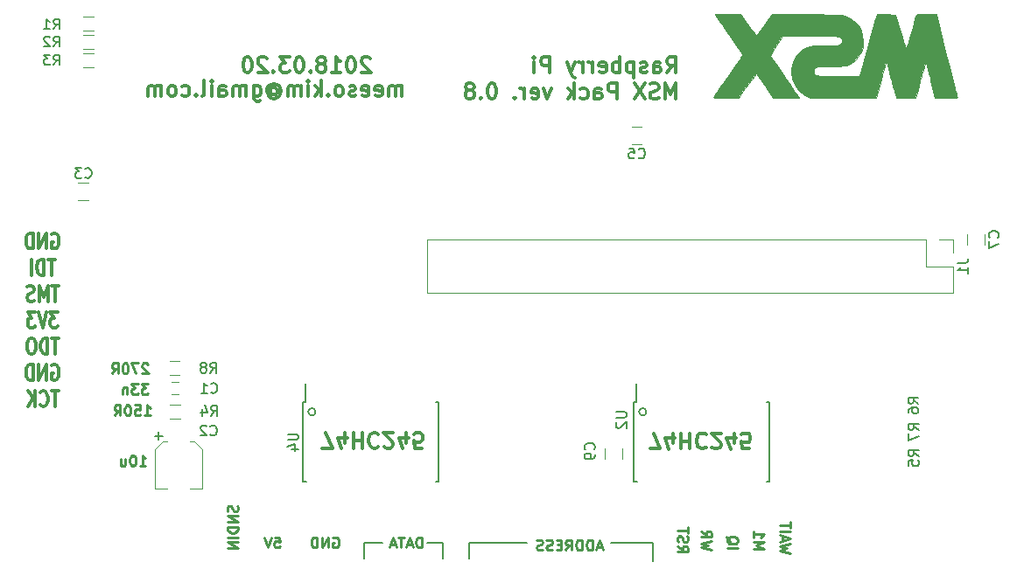
<source format=gbo>
G04 #@! TF.FileFunction,Legend,Bot*
%FSLAX46Y46*%
G04 Gerber Fmt 4.6, Leading zero omitted, Abs format (unit mm)*
G04 Created by KiCad (PCBNEW 4.0.7) date 03/28/18 13:44:51*
%MOMM*%
%LPD*%
G01*
G04 APERTURE LIST*
%ADD10C,0.100000*%
%ADD11C,0.250000*%
%ADD12C,0.300000*%
%ADD13C,0.200000*%
%ADD14C,0.120000*%
%ADD15C,0.150000*%
%ADD16C,0.010000*%
G04 APERTURE END LIST*
D10*
D11*
X117965457Y-96921581D02*
X118536886Y-96921581D01*
X118251172Y-96921581D02*
X118251172Y-95921581D01*
X118346410Y-96064438D01*
X118441648Y-96159676D01*
X118536886Y-96207295D01*
X117346410Y-95921581D02*
X117251171Y-95921581D01*
X117155933Y-95969200D01*
X117108314Y-96016819D01*
X117060695Y-96112057D01*
X117013076Y-96302533D01*
X117013076Y-96540629D01*
X117060695Y-96731105D01*
X117108314Y-96826343D01*
X117155933Y-96873962D01*
X117251171Y-96921581D01*
X117346410Y-96921581D01*
X117441648Y-96873962D01*
X117489267Y-96826343D01*
X117536886Y-96731105D01*
X117584505Y-96540629D01*
X117584505Y-96302533D01*
X117536886Y-96112057D01*
X117489267Y-96016819D01*
X117441648Y-95969200D01*
X117346410Y-95921581D01*
X116155933Y-96254914D02*
X116155933Y-96921581D01*
X116584505Y-96254914D02*
X116584505Y-96778724D01*
X116536886Y-96873962D01*
X116441648Y-96921581D01*
X116298790Y-96921581D01*
X116203552Y-96873962D01*
X116155933Y-96826343D01*
X118762305Y-89012781D02*
X118143257Y-89012781D01*
X118476591Y-89393733D01*
X118333733Y-89393733D01*
X118238495Y-89441352D01*
X118190876Y-89488971D01*
X118143257Y-89584210D01*
X118143257Y-89822305D01*
X118190876Y-89917543D01*
X118238495Y-89965162D01*
X118333733Y-90012781D01*
X118619448Y-90012781D01*
X118714686Y-89965162D01*
X118762305Y-89917543D01*
X117809924Y-89012781D02*
X117190876Y-89012781D01*
X117524210Y-89393733D01*
X117381352Y-89393733D01*
X117286114Y-89441352D01*
X117238495Y-89488971D01*
X117190876Y-89584210D01*
X117190876Y-89822305D01*
X117238495Y-89917543D01*
X117286114Y-89965162D01*
X117381352Y-90012781D01*
X117667067Y-90012781D01*
X117762305Y-89965162D01*
X117809924Y-89917543D01*
X116762305Y-89346114D02*
X116762305Y-90012781D01*
X116762305Y-89441352D02*
X116714686Y-89393733D01*
X116619448Y-89346114D01*
X116476590Y-89346114D01*
X116381352Y-89393733D01*
X116333733Y-89488971D01*
X116333733Y-90012781D01*
X118413066Y-92044781D02*
X118984495Y-92044781D01*
X118698781Y-92044781D02*
X118698781Y-91044781D01*
X118794019Y-91187638D01*
X118889257Y-91282876D01*
X118984495Y-91330495D01*
X117508304Y-91044781D02*
X117984495Y-91044781D01*
X118032114Y-91520971D01*
X117984495Y-91473352D01*
X117889257Y-91425733D01*
X117651161Y-91425733D01*
X117555923Y-91473352D01*
X117508304Y-91520971D01*
X117460685Y-91616210D01*
X117460685Y-91854305D01*
X117508304Y-91949543D01*
X117555923Y-91997162D01*
X117651161Y-92044781D01*
X117889257Y-92044781D01*
X117984495Y-91997162D01*
X118032114Y-91949543D01*
X116841638Y-91044781D02*
X116746399Y-91044781D01*
X116651161Y-91092400D01*
X116603542Y-91140019D01*
X116555923Y-91235257D01*
X116508304Y-91425733D01*
X116508304Y-91663829D01*
X116555923Y-91854305D01*
X116603542Y-91949543D01*
X116651161Y-91997162D01*
X116746399Y-92044781D01*
X116841638Y-92044781D01*
X116936876Y-91997162D01*
X116984495Y-91949543D01*
X117032114Y-91854305D01*
X117079733Y-91663829D01*
X117079733Y-91425733D01*
X117032114Y-91235257D01*
X116984495Y-91140019D01*
X116936876Y-91092400D01*
X116841638Y-91044781D01*
X115508304Y-92044781D02*
X115841638Y-91568590D01*
X116079733Y-92044781D02*
X116079733Y-91044781D01*
X115698780Y-91044781D01*
X115603542Y-91092400D01*
X115555923Y-91140019D01*
X115508304Y-91235257D01*
X115508304Y-91378114D01*
X115555923Y-91473352D01*
X115603542Y-91520971D01*
X115698780Y-91568590D01*
X116079733Y-91568590D01*
X118755895Y-87076019D02*
X118708276Y-87028400D01*
X118613038Y-86980781D01*
X118374942Y-86980781D01*
X118279704Y-87028400D01*
X118232085Y-87076019D01*
X118184466Y-87171257D01*
X118184466Y-87266495D01*
X118232085Y-87409352D01*
X118803514Y-87980781D01*
X118184466Y-87980781D01*
X117851133Y-86980781D02*
X117184466Y-86980781D01*
X117613038Y-87980781D01*
X116613038Y-86980781D02*
X116517799Y-86980781D01*
X116422561Y-87028400D01*
X116374942Y-87076019D01*
X116327323Y-87171257D01*
X116279704Y-87361733D01*
X116279704Y-87599829D01*
X116327323Y-87790305D01*
X116374942Y-87885543D01*
X116422561Y-87933162D01*
X116517799Y-87980781D01*
X116613038Y-87980781D01*
X116708276Y-87933162D01*
X116755895Y-87885543D01*
X116803514Y-87790305D01*
X116851133Y-87599829D01*
X116851133Y-87361733D01*
X116803514Y-87171257D01*
X116755895Y-87076019D01*
X116708276Y-87028400D01*
X116613038Y-86980781D01*
X115279704Y-87980781D02*
X115613038Y-87504590D01*
X115851133Y-87980781D02*
X115851133Y-86980781D01*
X115470180Y-86980781D01*
X115374942Y-87028400D01*
X115327323Y-87076019D01*
X115279704Y-87171257D01*
X115279704Y-87314114D01*
X115327323Y-87409352D01*
X115374942Y-87456971D01*
X115470180Y-87504590D01*
X115851133Y-87504590D01*
D12*
X109473885Y-74454800D02*
X109588171Y-74383371D01*
X109759600Y-74383371D01*
X109931028Y-74454800D01*
X110045314Y-74597657D01*
X110102457Y-74740514D01*
X110159600Y-75026229D01*
X110159600Y-75240514D01*
X110102457Y-75526229D01*
X110045314Y-75669086D01*
X109931028Y-75811943D01*
X109759600Y-75883371D01*
X109645314Y-75883371D01*
X109473885Y-75811943D01*
X109416742Y-75740514D01*
X109416742Y-75240514D01*
X109645314Y-75240514D01*
X108902457Y-75883371D02*
X108902457Y-74383371D01*
X108216742Y-75883371D01*
X108216742Y-74383371D01*
X107645314Y-75883371D02*
X107645314Y-74383371D01*
X107359599Y-74383371D01*
X107188171Y-74454800D01*
X107073885Y-74597657D01*
X107016742Y-74740514D01*
X106959599Y-75026229D01*
X106959599Y-75240514D01*
X107016742Y-75526229D01*
X107073885Y-75669086D01*
X107188171Y-75811943D01*
X107359599Y-75883371D01*
X107645314Y-75883371D01*
X109788171Y-76933371D02*
X109102457Y-76933371D01*
X109445314Y-78433371D02*
X109445314Y-76933371D01*
X108702457Y-78433371D02*
X108702457Y-76933371D01*
X108416742Y-76933371D01*
X108245314Y-77004800D01*
X108131028Y-77147657D01*
X108073885Y-77290514D01*
X108016742Y-77576229D01*
X108016742Y-77790514D01*
X108073885Y-78076229D01*
X108131028Y-78219086D01*
X108245314Y-78361943D01*
X108416742Y-78433371D01*
X108702457Y-78433371D01*
X107502457Y-78433371D02*
X107502457Y-76933371D01*
X110159600Y-79483371D02*
X109473886Y-79483371D01*
X109816743Y-80983371D02*
X109816743Y-79483371D01*
X109073886Y-80983371D02*
X109073886Y-79483371D01*
X108673886Y-80554800D01*
X108273886Y-79483371D01*
X108273886Y-80983371D01*
X107759600Y-80911943D02*
X107588171Y-80983371D01*
X107302457Y-80983371D01*
X107188171Y-80911943D01*
X107131028Y-80840514D01*
X107073885Y-80697657D01*
X107073885Y-80554800D01*
X107131028Y-80411943D01*
X107188171Y-80340514D01*
X107302457Y-80269086D01*
X107531028Y-80197657D01*
X107645314Y-80126229D01*
X107702457Y-80054800D01*
X107759600Y-79911943D01*
X107759600Y-79769086D01*
X107702457Y-79626229D01*
X107645314Y-79554800D01*
X107531028Y-79483371D01*
X107245314Y-79483371D01*
X107073885Y-79554800D01*
X110045313Y-82033371D02*
X109302456Y-82033371D01*
X109702456Y-82604800D01*
X109531028Y-82604800D01*
X109416742Y-82676229D01*
X109359599Y-82747657D01*
X109302456Y-82890514D01*
X109302456Y-83247657D01*
X109359599Y-83390514D01*
X109416742Y-83461943D01*
X109531028Y-83533371D01*
X109873885Y-83533371D01*
X109988171Y-83461943D01*
X110045313Y-83390514D01*
X108959599Y-82033371D02*
X108559599Y-83533371D01*
X108159599Y-82033371D01*
X107873885Y-82033371D02*
X107131028Y-82033371D01*
X107531028Y-82604800D01*
X107359600Y-82604800D01*
X107245314Y-82676229D01*
X107188171Y-82747657D01*
X107131028Y-82890514D01*
X107131028Y-83247657D01*
X107188171Y-83390514D01*
X107245314Y-83461943D01*
X107359600Y-83533371D01*
X107702457Y-83533371D01*
X107816743Y-83461943D01*
X107873885Y-83390514D01*
X110131028Y-84583371D02*
X109445314Y-84583371D01*
X109788171Y-86083371D02*
X109788171Y-84583371D01*
X109045314Y-86083371D02*
X109045314Y-84583371D01*
X108759599Y-84583371D01*
X108588171Y-84654800D01*
X108473885Y-84797657D01*
X108416742Y-84940514D01*
X108359599Y-85226229D01*
X108359599Y-85440514D01*
X108416742Y-85726229D01*
X108473885Y-85869086D01*
X108588171Y-86011943D01*
X108759599Y-86083371D01*
X109045314Y-86083371D01*
X107616742Y-84583371D02*
X107388171Y-84583371D01*
X107273885Y-84654800D01*
X107159599Y-84797657D01*
X107102457Y-85083371D01*
X107102457Y-85583371D01*
X107159599Y-85869086D01*
X107273885Y-86011943D01*
X107388171Y-86083371D01*
X107616742Y-86083371D01*
X107731028Y-86011943D01*
X107845314Y-85869086D01*
X107902457Y-85583371D01*
X107902457Y-85083371D01*
X107845314Y-84797657D01*
X107731028Y-84654800D01*
X107616742Y-84583371D01*
X109473885Y-87204800D02*
X109588171Y-87133371D01*
X109759600Y-87133371D01*
X109931028Y-87204800D01*
X110045314Y-87347657D01*
X110102457Y-87490514D01*
X110159600Y-87776229D01*
X110159600Y-87990514D01*
X110102457Y-88276229D01*
X110045314Y-88419086D01*
X109931028Y-88561943D01*
X109759600Y-88633371D01*
X109645314Y-88633371D01*
X109473885Y-88561943D01*
X109416742Y-88490514D01*
X109416742Y-87990514D01*
X109645314Y-87990514D01*
X108902457Y-88633371D02*
X108902457Y-87133371D01*
X108216742Y-88633371D01*
X108216742Y-87133371D01*
X107645314Y-88633371D02*
X107645314Y-87133371D01*
X107359599Y-87133371D01*
X107188171Y-87204800D01*
X107073885Y-87347657D01*
X107016742Y-87490514D01*
X106959599Y-87776229D01*
X106959599Y-87990514D01*
X107016742Y-88276229D01*
X107073885Y-88419086D01*
X107188171Y-88561943D01*
X107359599Y-88633371D01*
X107645314Y-88633371D01*
X110102457Y-89683371D02*
X109416743Y-89683371D01*
X109759600Y-91183371D02*
X109759600Y-89683371D01*
X108331028Y-91040514D02*
X108388171Y-91111943D01*
X108559600Y-91183371D01*
X108673886Y-91183371D01*
X108845314Y-91111943D01*
X108959600Y-90969086D01*
X109016743Y-90826229D01*
X109073886Y-90540514D01*
X109073886Y-90326229D01*
X109016743Y-90040514D01*
X108959600Y-89897657D01*
X108845314Y-89754800D01*
X108673886Y-89683371D01*
X108559600Y-89683371D01*
X108388171Y-89754800D01*
X108331028Y-89826229D01*
X107816743Y-91183371D02*
X107816743Y-89683371D01*
X107131028Y-91183371D02*
X107645314Y-90326229D01*
X107131028Y-89683371D02*
X107816743Y-90540514D01*
D13*
X134979210Y-91694000D02*
G75*
G03X134979210Y-91694000I-359210J0D01*
G01*
X166983210Y-91694000D02*
G75*
G03X166983210Y-91694000I-359210J0D01*
G01*
D11*
X127404762Y-100798572D02*
X127452381Y-100941429D01*
X127452381Y-101179525D01*
X127404762Y-101274763D01*
X127357143Y-101322382D01*
X127261905Y-101370001D01*
X127166667Y-101370001D01*
X127071429Y-101322382D01*
X127023810Y-101274763D01*
X126976190Y-101179525D01*
X126928571Y-100989048D01*
X126880952Y-100893810D01*
X126833333Y-100846191D01*
X126738095Y-100798572D01*
X126642857Y-100798572D01*
X126547619Y-100846191D01*
X126500000Y-100893810D01*
X126452381Y-100989048D01*
X126452381Y-101227144D01*
X126500000Y-101370001D01*
X127452381Y-101798572D02*
X126452381Y-101798572D01*
X127452381Y-102370001D01*
X126452381Y-102370001D01*
X127452381Y-102846191D02*
X126452381Y-102846191D01*
X126452381Y-103084286D01*
X126500000Y-103227144D01*
X126595238Y-103322382D01*
X126690476Y-103370001D01*
X126880952Y-103417620D01*
X127023810Y-103417620D01*
X127214286Y-103370001D01*
X127309524Y-103322382D01*
X127404762Y-103227144D01*
X127452381Y-103084286D01*
X127452381Y-102846191D01*
X127452381Y-103846191D02*
X126452381Y-103846191D01*
X127452381Y-104322381D02*
X126452381Y-104322381D01*
X127452381Y-104893810D01*
X126452381Y-104893810D01*
D12*
X168965714Y-58839571D02*
X169465714Y-58125286D01*
X169822857Y-58839571D02*
X169822857Y-57339571D01*
X169251429Y-57339571D01*
X169108571Y-57411000D01*
X169037143Y-57482429D01*
X168965714Y-57625286D01*
X168965714Y-57839571D01*
X169037143Y-57982429D01*
X169108571Y-58053857D01*
X169251429Y-58125286D01*
X169822857Y-58125286D01*
X167680000Y-58839571D02*
X167680000Y-58053857D01*
X167751429Y-57911000D01*
X167894286Y-57839571D01*
X168180000Y-57839571D01*
X168322857Y-57911000D01*
X167680000Y-58768143D02*
X167822857Y-58839571D01*
X168180000Y-58839571D01*
X168322857Y-58768143D01*
X168394286Y-58625286D01*
X168394286Y-58482429D01*
X168322857Y-58339571D01*
X168180000Y-58268143D01*
X167822857Y-58268143D01*
X167680000Y-58196714D01*
X167037143Y-58768143D02*
X166894286Y-58839571D01*
X166608571Y-58839571D01*
X166465714Y-58768143D01*
X166394286Y-58625286D01*
X166394286Y-58553857D01*
X166465714Y-58411000D01*
X166608571Y-58339571D01*
X166822857Y-58339571D01*
X166965714Y-58268143D01*
X167037143Y-58125286D01*
X167037143Y-58053857D01*
X166965714Y-57911000D01*
X166822857Y-57839571D01*
X166608571Y-57839571D01*
X166465714Y-57911000D01*
X165751428Y-57839571D02*
X165751428Y-59339571D01*
X165751428Y-57911000D02*
X165608571Y-57839571D01*
X165322857Y-57839571D01*
X165180000Y-57911000D01*
X165108571Y-57982429D01*
X165037142Y-58125286D01*
X165037142Y-58553857D01*
X165108571Y-58696714D01*
X165180000Y-58768143D01*
X165322857Y-58839571D01*
X165608571Y-58839571D01*
X165751428Y-58768143D01*
X164394285Y-58839571D02*
X164394285Y-57339571D01*
X164394285Y-57911000D02*
X164251428Y-57839571D01*
X163965714Y-57839571D01*
X163822857Y-57911000D01*
X163751428Y-57982429D01*
X163679999Y-58125286D01*
X163679999Y-58553857D01*
X163751428Y-58696714D01*
X163822857Y-58768143D01*
X163965714Y-58839571D01*
X164251428Y-58839571D01*
X164394285Y-58768143D01*
X162465714Y-58768143D02*
X162608571Y-58839571D01*
X162894285Y-58839571D01*
X163037142Y-58768143D01*
X163108571Y-58625286D01*
X163108571Y-58053857D01*
X163037142Y-57911000D01*
X162894285Y-57839571D01*
X162608571Y-57839571D01*
X162465714Y-57911000D01*
X162394285Y-58053857D01*
X162394285Y-58196714D01*
X163108571Y-58339571D01*
X161751428Y-58839571D02*
X161751428Y-57839571D01*
X161751428Y-58125286D02*
X161680000Y-57982429D01*
X161608571Y-57911000D01*
X161465714Y-57839571D01*
X161322857Y-57839571D01*
X160822857Y-58839571D02*
X160822857Y-57839571D01*
X160822857Y-58125286D02*
X160751429Y-57982429D01*
X160680000Y-57911000D01*
X160537143Y-57839571D01*
X160394286Y-57839571D01*
X160037143Y-57839571D02*
X159680000Y-58839571D01*
X159322858Y-57839571D02*
X159680000Y-58839571D01*
X159822858Y-59196714D01*
X159894286Y-59268143D01*
X160037143Y-59339571D01*
X157608572Y-58839571D02*
X157608572Y-57339571D01*
X157037144Y-57339571D01*
X156894286Y-57411000D01*
X156822858Y-57482429D01*
X156751429Y-57625286D01*
X156751429Y-57839571D01*
X156822858Y-57982429D01*
X156894286Y-58053857D01*
X157037144Y-58125286D01*
X157608572Y-58125286D01*
X156108572Y-58839571D02*
X156108572Y-57839571D01*
X156108572Y-57339571D02*
X156180001Y-57411000D01*
X156108572Y-57482429D01*
X156037144Y-57411000D01*
X156108572Y-57339571D01*
X156108572Y-57482429D01*
X169822857Y-61389571D02*
X169822857Y-59889571D01*
X169322857Y-60961000D01*
X168822857Y-59889571D01*
X168822857Y-61389571D01*
X168180000Y-61318143D02*
X167965714Y-61389571D01*
X167608571Y-61389571D01*
X167465714Y-61318143D01*
X167394285Y-61246714D01*
X167322857Y-61103857D01*
X167322857Y-60961000D01*
X167394285Y-60818143D01*
X167465714Y-60746714D01*
X167608571Y-60675286D01*
X167894285Y-60603857D01*
X168037143Y-60532429D01*
X168108571Y-60461000D01*
X168180000Y-60318143D01*
X168180000Y-60175286D01*
X168108571Y-60032429D01*
X168037143Y-59961000D01*
X167894285Y-59889571D01*
X167537143Y-59889571D01*
X167322857Y-59961000D01*
X166822857Y-59889571D02*
X165822857Y-61389571D01*
X165822857Y-59889571D02*
X166822857Y-61389571D01*
X164108572Y-61389571D02*
X164108572Y-59889571D01*
X163537144Y-59889571D01*
X163394286Y-59961000D01*
X163322858Y-60032429D01*
X163251429Y-60175286D01*
X163251429Y-60389571D01*
X163322858Y-60532429D01*
X163394286Y-60603857D01*
X163537144Y-60675286D01*
X164108572Y-60675286D01*
X161965715Y-61389571D02*
X161965715Y-60603857D01*
X162037144Y-60461000D01*
X162180001Y-60389571D01*
X162465715Y-60389571D01*
X162608572Y-60461000D01*
X161965715Y-61318143D02*
X162108572Y-61389571D01*
X162465715Y-61389571D01*
X162608572Y-61318143D01*
X162680001Y-61175286D01*
X162680001Y-61032429D01*
X162608572Y-60889571D01*
X162465715Y-60818143D01*
X162108572Y-60818143D01*
X161965715Y-60746714D01*
X160608572Y-61318143D02*
X160751429Y-61389571D01*
X161037143Y-61389571D01*
X161180001Y-61318143D01*
X161251429Y-61246714D01*
X161322858Y-61103857D01*
X161322858Y-60675286D01*
X161251429Y-60532429D01*
X161180001Y-60461000D01*
X161037143Y-60389571D01*
X160751429Y-60389571D01*
X160608572Y-60461000D01*
X159965715Y-61389571D02*
X159965715Y-59889571D01*
X159822858Y-60818143D02*
X159394287Y-61389571D01*
X159394287Y-60389571D02*
X159965715Y-60961000D01*
X157751429Y-60389571D02*
X157394286Y-61389571D01*
X157037144Y-60389571D01*
X155894287Y-61318143D02*
X156037144Y-61389571D01*
X156322858Y-61389571D01*
X156465715Y-61318143D01*
X156537144Y-61175286D01*
X156537144Y-60603857D01*
X156465715Y-60461000D01*
X156322858Y-60389571D01*
X156037144Y-60389571D01*
X155894287Y-60461000D01*
X155822858Y-60603857D01*
X155822858Y-60746714D01*
X156537144Y-60889571D01*
X155180001Y-61389571D02*
X155180001Y-60389571D01*
X155180001Y-60675286D02*
X155108573Y-60532429D01*
X155037144Y-60461000D01*
X154894287Y-60389571D01*
X154751430Y-60389571D01*
X154251430Y-61246714D02*
X154180002Y-61318143D01*
X154251430Y-61389571D01*
X154322859Y-61318143D01*
X154251430Y-61246714D01*
X154251430Y-61389571D01*
X152108573Y-59889571D02*
X151965716Y-59889571D01*
X151822859Y-59961000D01*
X151751430Y-60032429D01*
X151680001Y-60175286D01*
X151608573Y-60461000D01*
X151608573Y-60818143D01*
X151680001Y-61103857D01*
X151751430Y-61246714D01*
X151822859Y-61318143D01*
X151965716Y-61389571D01*
X152108573Y-61389571D01*
X152251430Y-61318143D01*
X152322859Y-61246714D01*
X152394287Y-61103857D01*
X152465716Y-60818143D01*
X152465716Y-60461000D01*
X152394287Y-60175286D01*
X152322859Y-60032429D01*
X152251430Y-59961000D01*
X152108573Y-59889571D01*
X150965716Y-61246714D02*
X150894288Y-61318143D01*
X150965716Y-61389571D01*
X151037145Y-61318143D01*
X150965716Y-61246714D01*
X150965716Y-61389571D01*
X150037144Y-60532429D02*
X150180002Y-60461000D01*
X150251430Y-60389571D01*
X150322859Y-60246714D01*
X150322859Y-60175286D01*
X150251430Y-60032429D01*
X150180002Y-59961000D01*
X150037144Y-59889571D01*
X149751430Y-59889571D01*
X149608573Y-59961000D01*
X149537144Y-60032429D01*
X149465716Y-60175286D01*
X149465716Y-60246714D01*
X149537144Y-60389571D01*
X149608573Y-60461000D01*
X149751430Y-60532429D01*
X150037144Y-60532429D01*
X150180002Y-60603857D01*
X150251430Y-60675286D01*
X150322859Y-60818143D01*
X150322859Y-61103857D01*
X150251430Y-61246714D01*
X150180002Y-61318143D01*
X150037144Y-61389571D01*
X149751430Y-61389571D01*
X149608573Y-61318143D01*
X149537144Y-61246714D01*
X149465716Y-61103857D01*
X149465716Y-60818143D01*
X149537144Y-60675286D01*
X149608573Y-60603857D01*
X149751430Y-60532429D01*
X135619944Y-95207829D02*
X136619944Y-95207829D01*
X135977087Y-93707829D01*
X137834229Y-94707829D02*
X137834229Y-93707829D01*
X137477086Y-95279257D02*
X137119943Y-94207829D01*
X138048515Y-94207829D01*
X138619943Y-93707829D02*
X138619943Y-95207829D01*
X138619943Y-94493543D02*
X139477086Y-94493543D01*
X139477086Y-93707829D02*
X139477086Y-95207829D01*
X141048515Y-93850686D02*
X140977086Y-93779257D01*
X140762800Y-93707829D01*
X140619943Y-93707829D01*
X140405658Y-93779257D01*
X140262800Y-93922114D01*
X140191372Y-94064971D01*
X140119943Y-94350686D01*
X140119943Y-94564971D01*
X140191372Y-94850686D01*
X140262800Y-94993543D01*
X140405658Y-95136400D01*
X140619943Y-95207829D01*
X140762800Y-95207829D01*
X140977086Y-95136400D01*
X141048515Y-95064971D01*
X141619943Y-95064971D02*
X141691372Y-95136400D01*
X141834229Y-95207829D01*
X142191372Y-95207829D01*
X142334229Y-95136400D01*
X142405658Y-95064971D01*
X142477086Y-94922114D01*
X142477086Y-94779257D01*
X142405658Y-94564971D01*
X141548515Y-93707829D01*
X142477086Y-93707829D01*
X143762800Y-94707829D02*
X143762800Y-93707829D01*
X143405657Y-95279257D02*
X143048514Y-94207829D01*
X143977086Y-94207829D01*
X145262800Y-95207829D02*
X144548514Y-95207829D01*
X144477085Y-94493543D01*
X144548514Y-94564971D01*
X144691371Y-94636400D01*
X145048514Y-94636400D01*
X145191371Y-94564971D01*
X145262800Y-94493543D01*
X145334228Y-94350686D01*
X145334228Y-93993543D01*
X145262800Y-93850686D01*
X145191371Y-93779257D01*
X145048514Y-93707829D01*
X144691371Y-93707829D01*
X144548514Y-93779257D01*
X144477085Y-93850686D01*
D13*
X167640000Y-104394000D02*
X163576000Y-104394000D01*
X167640000Y-106172000D02*
X167640000Y-104394000D01*
X149860000Y-104394000D02*
X155448000Y-104394000D01*
X149860000Y-105918000D02*
X149860000Y-104394000D01*
X147320000Y-104394000D02*
X145796000Y-104394000D01*
X147320000Y-105918000D02*
X147320000Y-104394000D01*
X139700000Y-104394000D02*
X141478000Y-104394000D01*
X139700000Y-105918000D02*
X139700000Y-104394000D01*
D11*
X162654857Y-104814667D02*
X162178666Y-104814667D01*
X162750095Y-105100381D02*
X162416762Y-104100381D01*
X162083428Y-105100381D01*
X161750095Y-105100381D02*
X161750095Y-104100381D01*
X161512000Y-104100381D01*
X161369142Y-104148000D01*
X161273904Y-104243238D01*
X161226285Y-104338476D01*
X161178666Y-104528952D01*
X161178666Y-104671810D01*
X161226285Y-104862286D01*
X161273904Y-104957524D01*
X161369142Y-105052762D01*
X161512000Y-105100381D01*
X161750095Y-105100381D01*
X160750095Y-105100381D02*
X160750095Y-104100381D01*
X160512000Y-104100381D01*
X160369142Y-104148000D01*
X160273904Y-104243238D01*
X160226285Y-104338476D01*
X160178666Y-104528952D01*
X160178666Y-104671810D01*
X160226285Y-104862286D01*
X160273904Y-104957524D01*
X160369142Y-105052762D01*
X160512000Y-105100381D01*
X160750095Y-105100381D01*
X159178666Y-105100381D02*
X159512000Y-104624190D01*
X159750095Y-105100381D02*
X159750095Y-104100381D01*
X159369142Y-104100381D01*
X159273904Y-104148000D01*
X159226285Y-104195619D01*
X159178666Y-104290857D01*
X159178666Y-104433714D01*
X159226285Y-104528952D01*
X159273904Y-104576571D01*
X159369142Y-104624190D01*
X159750095Y-104624190D01*
X158750095Y-104576571D02*
X158416761Y-104576571D01*
X158273904Y-105100381D02*
X158750095Y-105100381D01*
X158750095Y-104100381D01*
X158273904Y-104100381D01*
X157892952Y-105052762D02*
X157750095Y-105100381D01*
X157511999Y-105100381D01*
X157416761Y-105052762D01*
X157369142Y-105005143D01*
X157321523Y-104909905D01*
X157321523Y-104814667D01*
X157369142Y-104719429D01*
X157416761Y-104671810D01*
X157511999Y-104624190D01*
X157702476Y-104576571D01*
X157797714Y-104528952D01*
X157845333Y-104481333D01*
X157892952Y-104386095D01*
X157892952Y-104290857D01*
X157845333Y-104195619D01*
X157797714Y-104148000D01*
X157702476Y-104100381D01*
X157464380Y-104100381D01*
X157321523Y-104148000D01*
X156940571Y-105052762D02*
X156797714Y-105100381D01*
X156559618Y-105100381D01*
X156464380Y-105052762D01*
X156416761Y-105005143D01*
X156369142Y-104909905D01*
X156369142Y-104814667D01*
X156416761Y-104719429D01*
X156464380Y-104671810D01*
X156559618Y-104624190D01*
X156750095Y-104576571D01*
X156845333Y-104528952D01*
X156892952Y-104481333D01*
X156940571Y-104386095D01*
X156940571Y-104290857D01*
X156892952Y-104195619D01*
X156845333Y-104148000D01*
X156750095Y-104100381D01*
X156511999Y-104100381D01*
X156369142Y-104148000D01*
X145264000Y-104846381D02*
X145264000Y-103846381D01*
X145025905Y-103846381D01*
X144883047Y-103894000D01*
X144787809Y-103989238D01*
X144740190Y-104084476D01*
X144692571Y-104274952D01*
X144692571Y-104417810D01*
X144740190Y-104608286D01*
X144787809Y-104703524D01*
X144883047Y-104798762D01*
X145025905Y-104846381D01*
X145264000Y-104846381D01*
X144311619Y-104560667D02*
X143835428Y-104560667D01*
X144406857Y-104846381D02*
X144073524Y-103846381D01*
X143740190Y-104846381D01*
X143549714Y-103846381D02*
X142978285Y-103846381D01*
X143264000Y-104846381D02*
X143264000Y-103846381D01*
X142692571Y-104560667D02*
X142216380Y-104560667D01*
X142787809Y-104846381D02*
X142454476Y-103846381D01*
X142121142Y-104846381D01*
D12*
X140254856Y-57487429D02*
X140183427Y-57416000D01*
X140040570Y-57344571D01*
X139683427Y-57344571D01*
X139540570Y-57416000D01*
X139469141Y-57487429D01*
X139397713Y-57630286D01*
X139397713Y-57773143D01*
X139469141Y-57987429D01*
X140326284Y-58844571D01*
X139397713Y-58844571D01*
X138469142Y-57344571D02*
X138326285Y-57344571D01*
X138183428Y-57416000D01*
X138111999Y-57487429D01*
X138040570Y-57630286D01*
X137969142Y-57916000D01*
X137969142Y-58273143D01*
X138040570Y-58558857D01*
X138111999Y-58701714D01*
X138183428Y-58773143D01*
X138326285Y-58844571D01*
X138469142Y-58844571D01*
X138611999Y-58773143D01*
X138683428Y-58701714D01*
X138754856Y-58558857D01*
X138826285Y-58273143D01*
X138826285Y-57916000D01*
X138754856Y-57630286D01*
X138683428Y-57487429D01*
X138611999Y-57416000D01*
X138469142Y-57344571D01*
X136540571Y-58844571D02*
X137397714Y-58844571D01*
X136969142Y-58844571D02*
X136969142Y-57344571D01*
X137111999Y-57558857D01*
X137254857Y-57701714D01*
X137397714Y-57773143D01*
X135683428Y-57987429D02*
X135826286Y-57916000D01*
X135897714Y-57844571D01*
X135969143Y-57701714D01*
X135969143Y-57630286D01*
X135897714Y-57487429D01*
X135826286Y-57416000D01*
X135683428Y-57344571D01*
X135397714Y-57344571D01*
X135254857Y-57416000D01*
X135183428Y-57487429D01*
X135112000Y-57630286D01*
X135112000Y-57701714D01*
X135183428Y-57844571D01*
X135254857Y-57916000D01*
X135397714Y-57987429D01*
X135683428Y-57987429D01*
X135826286Y-58058857D01*
X135897714Y-58130286D01*
X135969143Y-58273143D01*
X135969143Y-58558857D01*
X135897714Y-58701714D01*
X135826286Y-58773143D01*
X135683428Y-58844571D01*
X135397714Y-58844571D01*
X135254857Y-58773143D01*
X135183428Y-58701714D01*
X135112000Y-58558857D01*
X135112000Y-58273143D01*
X135183428Y-58130286D01*
X135254857Y-58058857D01*
X135397714Y-57987429D01*
X134469143Y-58701714D02*
X134397715Y-58773143D01*
X134469143Y-58844571D01*
X134540572Y-58773143D01*
X134469143Y-58701714D01*
X134469143Y-58844571D01*
X133469143Y-57344571D02*
X133326286Y-57344571D01*
X133183429Y-57416000D01*
X133112000Y-57487429D01*
X133040571Y-57630286D01*
X132969143Y-57916000D01*
X132969143Y-58273143D01*
X133040571Y-58558857D01*
X133112000Y-58701714D01*
X133183429Y-58773143D01*
X133326286Y-58844571D01*
X133469143Y-58844571D01*
X133612000Y-58773143D01*
X133683429Y-58701714D01*
X133754857Y-58558857D01*
X133826286Y-58273143D01*
X133826286Y-57916000D01*
X133754857Y-57630286D01*
X133683429Y-57487429D01*
X133612000Y-57416000D01*
X133469143Y-57344571D01*
X132469143Y-57344571D02*
X131540572Y-57344571D01*
X132040572Y-57916000D01*
X131826286Y-57916000D01*
X131683429Y-57987429D01*
X131612000Y-58058857D01*
X131540572Y-58201714D01*
X131540572Y-58558857D01*
X131612000Y-58701714D01*
X131683429Y-58773143D01*
X131826286Y-58844571D01*
X132254858Y-58844571D01*
X132397715Y-58773143D01*
X132469143Y-58701714D01*
X130897715Y-58701714D02*
X130826287Y-58773143D01*
X130897715Y-58844571D01*
X130969144Y-58773143D01*
X130897715Y-58701714D01*
X130897715Y-58844571D01*
X130254858Y-57487429D02*
X130183429Y-57416000D01*
X130040572Y-57344571D01*
X129683429Y-57344571D01*
X129540572Y-57416000D01*
X129469143Y-57487429D01*
X129397715Y-57630286D01*
X129397715Y-57773143D01*
X129469143Y-57987429D01*
X130326286Y-58844571D01*
X129397715Y-58844571D01*
X128469144Y-57344571D02*
X128326287Y-57344571D01*
X128183430Y-57416000D01*
X128112001Y-57487429D01*
X128040572Y-57630286D01*
X127969144Y-57916000D01*
X127969144Y-58273143D01*
X128040572Y-58558857D01*
X128112001Y-58701714D01*
X128183430Y-58773143D01*
X128326287Y-58844571D01*
X128469144Y-58844571D01*
X128612001Y-58773143D01*
X128683430Y-58701714D01*
X128754858Y-58558857D01*
X128826287Y-58273143D01*
X128826287Y-57916000D01*
X128754858Y-57630286D01*
X128683430Y-57487429D01*
X128612001Y-57416000D01*
X128469144Y-57344571D01*
X167319144Y-95258629D02*
X168319144Y-95258629D01*
X167676287Y-93758629D01*
X169533429Y-94758629D02*
X169533429Y-93758629D01*
X169176286Y-95330057D02*
X168819143Y-94258629D01*
X169747715Y-94258629D01*
X170319143Y-93758629D02*
X170319143Y-95258629D01*
X170319143Y-94544343D02*
X171176286Y-94544343D01*
X171176286Y-93758629D02*
X171176286Y-95258629D01*
X172747715Y-93901486D02*
X172676286Y-93830057D01*
X172462000Y-93758629D01*
X172319143Y-93758629D01*
X172104858Y-93830057D01*
X171962000Y-93972914D01*
X171890572Y-94115771D01*
X171819143Y-94401486D01*
X171819143Y-94615771D01*
X171890572Y-94901486D01*
X171962000Y-95044343D01*
X172104858Y-95187200D01*
X172319143Y-95258629D01*
X172462000Y-95258629D01*
X172676286Y-95187200D01*
X172747715Y-95115771D01*
X173319143Y-95115771D02*
X173390572Y-95187200D01*
X173533429Y-95258629D01*
X173890572Y-95258629D01*
X174033429Y-95187200D01*
X174104858Y-95115771D01*
X174176286Y-94972914D01*
X174176286Y-94830057D01*
X174104858Y-94615771D01*
X173247715Y-93758629D01*
X174176286Y-93758629D01*
X175462000Y-94758629D02*
X175462000Y-93758629D01*
X175104857Y-95330057D02*
X174747714Y-94258629D01*
X175676286Y-94258629D01*
X176962000Y-95258629D02*
X176247714Y-95258629D01*
X176176285Y-94544343D01*
X176247714Y-94615771D01*
X176390571Y-94687200D01*
X176747714Y-94687200D01*
X176890571Y-94615771D01*
X176962000Y-94544343D01*
X177033428Y-94401486D01*
X177033428Y-94044343D01*
X176962000Y-93901486D01*
X176890571Y-93830057D01*
X176747714Y-93758629D01*
X176390571Y-93758629D01*
X176247714Y-93830057D01*
X176176285Y-93901486D01*
D11*
X131000476Y-103846381D02*
X131476667Y-103846381D01*
X131524286Y-104322571D01*
X131476667Y-104274952D01*
X131381429Y-104227333D01*
X131143333Y-104227333D01*
X131048095Y-104274952D01*
X131000476Y-104322571D01*
X130952857Y-104417810D01*
X130952857Y-104655905D01*
X131000476Y-104751143D01*
X131048095Y-104798762D01*
X131143333Y-104846381D01*
X131381429Y-104846381D01*
X131476667Y-104798762D01*
X131524286Y-104751143D01*
X130667143Y-103846381D02*
X130333810Y-104846381D01*
X130000476Y-103846381D01*
X136651904Y-103894000D02*
X136747142Y-103846381D01*
X136889999Y-103846381D01*
X137032857Y-103894000D01*
X137128095Y-103989238D01*
X137175714Y-104084476D01*
X137223333Y-104274952D01*
X137223333Y-104417810D01*
X137175714Y-104608286D01*
X137128095Y-104703524D01*
X137032857Y-104798762D01*
X136889999Y-104846381D01*
X136794761Y-104846381D01*
X136651904Y-104798762D01*
X136604285Y-104751143D01*
X136604285Y-104417810D01*
X136794761Y-104417810D01*
X136175714Y-104846381D02*
X136175714Y-103846381D01*
X135604285Y-104846381D01*
X135604285Y-103846381D01*
X135128095Y-104846381D02*
X135128095Y-103846381D01*
X134890000Y-103846381D01*
X134747142Y-103894000D01*
X134651904Y-103989238D01*
X134604285Y-104084476D01*
X134556666Y-104274952D01*
X134556666Y-104417810D01*
X134604285Y-104608286D01*
X134651904Y-104703524D01*
X134747142Y-104798762D01*
X134890000Y-104846381D01*
X135128095Y-104846381D01*
X173267619Y-105068571D02*
X172267619Y-104830476D01*
X172981905Y-104639999D01*
X172267619Y-104449523D01*
X173267619Y-104211428D01*
X172267619Y-103259047D02*
X172743810Y-103592381D01*
X172267619Y-103830476D02*
X173267619Y-103830476D01*
X173267619Y-103449523D01*
X173220000Y-103354285D01*
X173172381Y-103306666D01*
X173077143Y-103259047D01*
X172934286Y-103259047D01*
X172839048Y-103306666D01*
X172791429Y-103354285D01*
X172743810Y-103449523D01*
X172743810Y-103830476D01*
X174807619Y-104917809D02*
X175807619Y-104917809D01*
X174712381Y-103774952D02*
X174760000Y-103870190D01*
X174855238Y-103965428D01*
X174998095Y-104108285D01*
X175045714Y-104203524D01*
X175045714Y-104298762D01*
X174807619Y-104251143D02*
X174855238Y-104346381D01*
X174950476Y-104441619D01*
X175140952Y-104489238D01*
X175474286Y-104489238D01*
X175664762Y-104441619D01*
X175760000Y-104346381D01*
X175807619Y-104251143D01*
X175807619Y-104060666D01*
X175760000Y-103965428D01*
X175664762Y-103870190D01*
X175474286Y-103822571D01*
X175140952Y-103822571D01*
X174950476Y-103870190D01*
X174855238Y-103965428D01*
X174807619Y-104060666D01*
X174807619Y-104251143D01*
X177347619Y-104949524D02*
X178347619Y-104949524D01*
X177633333Y-104616190D01*
X178347619Y-104282857D01*
X177347619Y-104282857D01*
X177347619Y-103282857D02*
X177347619Y-103854286D01*
X177347619Y-103568572D02*
X178347619Y-103568572D01*
X178204762Y-103663810D01*
X178109524Y-103759048D01*
X178061905Y-103854286D01*
X180887619Y-105362190D02*
X179887619Y-105124095D01*
X180601905Y-104933618D01*
X179887619Y-104743142D01*
X180887619Y-104505047D01*
X180173333Y-104171714D02*
X180173333Y-103695523D01*
X179887619Y-104266952D02*
X180887619Y-103933619D01*
X179887619Y-103600285D01*
X179887619Y-103266952D02*
X180887619Y-103266952D01*
X180887619Y-102933619D02*
X180887619Y-102362190D01*
X179887619Y-102647905D02*
X180887619Y-102647905D01*
X169981619Y-104687619D02*
X170457810Y-105020953D01*
X169981619Y-105259048D02*
X170981619Y-105259048D01*
X170981619Y-104878095D01*
X170934000Y-104782857D01*
X170886381Y-104735238D01*
X170791143Y-104687619D01*
X170648286Y-104687619D01*
X170553048Y-104735238D01*
X170505429Y-104782857D01*
X170457810Y-104878095D01*
X170457810Y-105259048D01*
X170029238Y-104306667D02*
X169981619Y-104163810D01*
X169981619Y-103925714D01*
X170029238Y-103830476D01*
X170076857Y-103782857D01*
X170172095Y-103735238D01*
X170267333Y-103735238D01*
X170362571Y-103782857D01*
X170410190Y-103830476D01*
X170457810Y-103925714D01*
X170505429Y-104116191D01*
X170553048Y-104211429D01*
X170600667Y-104259048D01*
X170695905Y-104306667D01*
X170791143Y-104306667D01*
X170886381Y-104259048D01*
X170934000Y-104211429D01*
X170981619Y-104116191D01*
X170981619Y-103878095D01*
X170934000Y-103735238D01*
X170981619Y-103449524D02*
X170981619Y-102878095D01*
X169981619Y-103163810D02*
X170981619Y-103163810D01*
D12*
X143349714Y-61130571D02*
X143349714Y-60130571D01*
X143349714Y-60273429D02*
X143278286Y-60202000D01*
X143135428Y-60130571D01*
X142921143Y-60130571D01*
X142778286Y-60202000D01*
X142706857Y-60344857D01*
X142706857Y-61130571D01*
X142706857Y-60344857D02*
X142635428Y-60202000D01*
X142492571Y-60130571D01*
X142278286Y-60130571D01*
X142135428Y-60202000D01*
X142064000Y-60344857D01*
X142064000Y-61130571D01*
X140778286Y-61059143D02*
X140921143Y-61130571D01*
X141206857Y-61130571D01*
X141349714Y-61059143D01*
X141421143Y-60916286D01*
X141421143Y-60344857D01*
X141349714Y-60202000D01*
X141206857Y-60130571D01*
X140921143Y-60130571D01*
X140778286Y-60202000D01*
X140706857Y-60344857D01*
X140706857Y-60487714D01*
X141421143Y-60630571D01*
X139492572Y-61059143D02*
X139635429Y-61130571D01*
X139921143Y-61130571D01*
X140064000Y-61059143D01*
X140135429Y-60916286D01*
X140135429Y-60344857D01*
X140064000Y-60202000D01*
X139921143Y-60130571D01*
X139635429Y-60130571D01*
X139492572Y-60202000D01*
X139421143Y-60344857D01*
X139421143Y-60487714D01*
X140135429Y-60630571D01*
X138849715Y-61059143D02*
X138706858Y-61130571D01*
X138421143Y-61130571D01*
X138278286Y-61059143D01*
X138206858Y-60916286D01*
X138206858Y-60844857D01*
X138278286Y-60702000D01*
X138421143Y-60630571D01*
X138635429Y-60630571D01*
X138778286Y-60559143D01*
X138849715Y-60416286D01*
X138849715Y-60344857D01*
X138778286Y-60202000D01*
X138635429Y-60130571D01*
X138421143Y-60130571D01*
X138278286Y-60202000D01*
X137349714Y-61130571D02*
X137492572Y-61059143D01*
X137564000Y-60987714D01*
X137635429Y-60844857D01*
X137635429Y-60416286D01*
X137564000Y-60273429D01*
X137492572Y-60202000D01*
X137349714Y-60130571D01*
X137135429Y-60130571D01*
X136992572Y-60202000D01*
X136921143Y-60273429D01*
X136849714Y-60416286D01*
X136849714Y-60844857D01*
X136921143Y-60987714D01*
X136992572Y-61059143D01*
X137135429Y-61130571D01*
X137349714Y-61130571D01*
X136206857Y-60987714D02*
X136135429Y-61059143D01*
X136206857Y-61130571D01*
X136278286Y-61059143D01*
X136206857Y-60987714D01*
X136206857Y-61130571D01*
X135492571Y-61130571D02*
X135492571Y-59630571D01*
X135349714Y-60559143D02*
X134921143Y-61130571D01*
X134921143Y-60130571D02*
X135492571Y-60702000D01*
X134278285Y-61130571D02*
X134278285Y-60130571D01*
X134278285Y-59630571D02*
X134349714Y-59702000D01*
X134278285Y-59773429D01*
X134206857Y-59702000D01*
X134278285Y-59630571D01*
X134278285Y-59773429D01*
X133563999Y-61130571D02*
X133563999Y-60130571D01*
X133563999Y-60273429D02*
X133492571Y-60202000D01*
X133349713Y-60130571D01*
X133135428Y-60130571D01*
X132992571Y-60202000D01*
X132921142Y-60344857D01*
X132921142Y-61130571D01*
X132921142Y-60344857D02*
X132849713Y-60202000D01*
X132706856Y-60130571D01*
X132492571Y-60130571D01*
X132349713Y-60202000D01*
X132278285Y-60344857D01*
X132278285Y-61130571D01*
X130635428Y-60416286D02*
X130706856Y-60344857D01*
X130849713Y-60273429D01*
X130992571Y-60273429D01*
X131135428Y-60344857D01*
X131206856Y-60416286D01*
X131278285Y-60559143D01*
X131278285Y-60702000D01*
X131206856Y-60844857D01*
X131135428Y-60916286D01*
X130992571Y-60987714D01*
X130849713Y-60987714D01*
X130706856Y-60916286D01*
X130635428Y-60844857D01*
X130635428Y-60273429D02*
X130635428Y-60844857D01*
X130563999Y-60916286D01*
X130492571Y-60916286D01*
X130349713Y-60844857D01*
X130278285Y-60702000D01*
X130278285Y-60344857D01*
X130421142Y-60130571D01*
X130635428Y-59987714D01*
X130921142Y-59916286D01*
X131206856Y-59987714D01*
X131421142Y-60130571D01*
X131563999Y-60344857D01*
X131635428Y-60630571D01*
X131563999Y-60916286D01*
X131421142Y-61130571D01*
X131206856Y-61273429D01*
X130921142Y-61344857D01*
X130635428Y-61273429D01*
X130421142Y-61130571D01*
X128992571Y-60130571D02*
X128992571Y-61344857D01*
X129064000Y-61487714D01*
X129135428Y-61559143D01*
X129278285Y-61630571D01*
X129492571Y-61630571D01*
X129635428Y-61559143D01*
X128992571Y-61059143D02*
X129135428Y-61130571D01*
X129421142Y-61130571D01*
X129564000Y-61059143D01*
X129635428Y-60987714D01*
X129706857Y-60844857D01*
X129706857Y-60416286D01*
X129635428Y-60273429D01*
X129564000Y-60202000D01*
X129421142Y-60130571D01*
X129135428Y-60130571D01*
X128992571Y-60202000D01*
X128278285Y-61130571D02*
X128278285Y-60130571D01*
X128278285Y-60273429D02*
X128206857Y-60202000D01*
X128063999Y-60130571D01*
X127849714Y-60130571D01*
X127706857Y-60202000D01*
X127635428Y-60344857D01*
X127635428Y-61130571D01*
X127635428Y-60344857D02*
X127563999Y-60202000D01*
X127421142Y-60130571D01*
X127206857Y-60130571D01*
X127063999Y-60202000D01*
X126992571Y-60344857D01*
X126992571Y-61130571D01*
X125635428Y-61130571D02*
X125635428Y-60344857D01*
X125706857Y-60202000D01*
X125849714Y-60130571D01*
X126135428Y-60130571D01*
X126278285Y-60202000D01*
X125635428Y-61059143D02*
X125778285Y-61130571D01*
X126135428Y-61130571D01*
X126278285Y-61059143D01*
X126349714Y-60916286D01*
X126349714Y-60773429D01*
X126278285Y-60630571D01*
X126135428Y-60559143D01*
X125778285Y-60559143D01*
X125635428Y-60487714D01*
X124921142Y-61130571D02*
X124921142Y-60130571D01*
X124921142Y-59630571D02*
X124992571Y-59702000D01*
X124921142Y-59773429D01*
X124849714Y-59702000D01*
X124921142Y-59630571D01*
X124921142Y-59773429D01*
X123992570Y-61130571D02*
X124135428Y-61059143D01*
X124206856Y-60916286D01*
X124206856Y-59630571D01*
X123421142Y-60987714D02*
X123349714Y-61059143D01*
X123421142Y-61130571D01*
X123492571Y-61059143D01*
X123421142Y-60987714D01*
X123421142Y-61130571D01*
X122063999Y-61059143D02*
X122206856Y-61130571D01*
X122492570Y-61130571D01*
X122635428Y-61059143D01*
X122706856Y-60987714D01*
X122778285Y-60844857D01*
X122778285Y-60416286D01*
X122706856Y-60273429D01*
X122635428Y-60202000D01*
X122492570Y-60130571D01*
X122206856Y-60130571D01*
X122063999Y-60202000D01*
X121206856Y-61130571D02*
X121349714Y-61059143D01*
X121421142Y-60987714D01*
X121492571Y-60844857D01*
X121492571Y-60416286D01*
X121421142Y-60273429D01*
X121349714Y-60202000D01*
X121206856Y-60130571D01*
X120992571Y-60130571D01*
X120849714Y-60202000D01*
X120778285Y-60273429D01*
X120706856Y-60416286D01*
X120706856Y-60844857D01*
X120778285Y-60987714D01*
X120849714Y-61059143D01*
X120992571Y-61130571D01*
X121206856Y-61130571D01*
X120063999Y-61130571D02*
X120063999Y-60130571D01*
X120063999Y-60273429D02*
X119992571Y-60202000D01*
X119849713Y-60130571D01*
X119635428Y-60130571D01*
X119492571Y-60202000D01*
X119421142Y-60344857D01*
X119421142Y-61130571D01*
X119421142Y-60344857D02*
X119349713Y-60202000D01*
X119206856Y-60130571D01*
X118992571Y-60130571D01*
X118849713Y-60202000D01*
X118778285Y-60344857D01*
X118778285Y-61130571D01*
D14*
X121762000Y-88808000D02*
X121062000Y-88808000D01*
X121062000Y-90008000D02*
X121762000Y-90008000D01*
X120222200Y-94560200D02*
X120622200Y-94560200D01*
X119452200Y-99140200D02*
X120622200Y-99140200D01*
X124032200Y-99140200D02*
X122862200Y-99140200D01*
X123262200Y-94560200D02*
X122862200Y-94560200D01*
X124032200Y-95330200D02*
X124032200Y-99140200D01*
X124032200Y-95330200D02*
X123262200Y-94560200D01*
X119452200Y-95330200D02*
X119452200Y-99140200D01*
X119452200Y-95330200D02*
X120222200Y-94560200D01*
X113530000Y-53422000D02*
X112530000Y-53422000D01*
X112530000Y-54782000D02*
X113530000Y-54782000D01*
D15*
X165764000Y-90741000D02*
X166014000Y-90741000D01*
X165764000Y-98491000D02*
X166099000Y-98491000D01*
X178914000Y-98491000D02*
X178579000Y-98491000D01*
X178914000Y-90741000D02*
X178579000Y-90741000D01*
X165764000Y-90741000D02*
X165764000Y-98491000D01*
X178914000Y-90741000D02*
X178914000Y-98491000D01*
X166014000Y-90741000D02*
X166014000Y-88941000D01*
X133760000Y-90741000D02*
X134010000Y-90741000D01*
X133760000Y-98491000D02*
X134095000Y-98491000D01*
X146910000Y-98491000D02*
X146575000Y-98491000D01*
X146910000Y-90741000D02*
X146575000Y-90741000D01*
X133760000Y-90741000D02*
X133760000Y-98491000D01*
X146910000Y-90741000D02*
X146910000Y-98491000D01*
X134010000Y-90741000D02*
X134010000Y-88941000D01*
D16*
G36*
X189192174Y-53476876D02*
X189148080Y-53635270D01*
X189064351Y-53934413D01*
X188947231Y-54352056D01*
X188802967Y-54865950D01*
X188637802Y-55453845D01*
X188457982Y-56093490D01*
X188353716Y-56464200D01*
X187603464Y-59131200D01*
X185556490Y-59153878D01*
X184821859Y-59158051D01*
X184224697Y-59152993D01*
X183773066Y-59138945D01*
X183475027Y-59116149D01*
X183342925Y-59087399D01*
X183223979Y-58940399D01*
X183174498Y-58712261D01*
X183201135Y-58479099D01*
X183277933Y-58343800D01*
X183396441Y-58299188D01*
X183655274Y-58267762D01*
X184063674Y-58248856D01*
X184630884Y-58241806D01*
X184696100Y-58241727D01*
X185178447Y-58235959D01*
X185625220Y-58220395D01*
X185997747Y-58197122D01*
X186257358Y-58168225D01*
X186328028Y-58153671D01*
X186805793Y-57935503D01*
X187233293Y-57568520D01*
X187591003Y-57070427D01*
X187656134Y-56949443D01*
X187815464Y-56612082D01*
X187903544Y-56335270D01*
X187940548Y-56037024D01*
X187946874Y-55767864D01*
X187879479Y-55108956D01*
X187670676Y-54539985D01*
X187317204Y-54056002D01*
X186815802Y-53652063D01*
X186403827Y-53427643D01*
X185928000Y-53204533D01*
X182541333Y-53182227D01*
X179154666Y-53159922D01*
X178392666Y-54222496D01*
X177630666Y-55285069D01*
X177445487Y-55054416D01*
X177323210Y-54892947D01*
X177132219Y-54630182D01*
X176899936Y-54304219D01*
X176683487Y-53995833D01*
X176106666Y-53167903D01*
X174857833Y-53165051D01*
X174419808Y-53166988D01*
X174048923Y-53174227D01*
X173774690Y-53185749D01*
X173626620Y-53200534D01*
X173609000Y-53208193D01*
X173656139Y-53286504D01*
X173789184Y-53484484D01*
X173995575Y-53784041D01*
X174262753Y-54167082D01*
X174578157Y-54615515D01*
X174929229Y-55111246D01*
X174964958Y-55161520D01*
X175343162Y-55699931D01*
X175669716Y-56177585D01*
X175934622Y-56579012D01*
X176127879Y-56888740D01*
X176239489Y-57091297D01*
X176262177Y-57168694D01*
X176199697Y-57261517D01*
X176052465Y-57474004D01*
X175833496Y-57787561D01*
X175555807Y-58183598D01*
X175232416Y-58643521D01*
X174876340Y-59148739D01*
X174821552Y-59226376D01*
X174464900Y-59733477D01*
X174142395Y-60195485D01*
X173866398Y-60594413D01*
X173649269Y-60912275D01*
X173503369Y-61131084D01*
X173441057Y-61232855D01*
X173439666Y-61237209D01*
X173519353Y-61255998D01*
X173738509Y-61271855D01*
X174067278Y-61283486D01*
X174475803Y-61289593D01*
X174659901Y-61290200D01*
X175880136Y-61290199D01*
X176284463Y-60718700D01*
X176538085Y-60363131D01*
X176833659Y-59953043D01*
X177112362Y-59570002D01*
X177144657Y-59525942D01*
X177600525Y-58904685D01*
X178414307Y-60097442D01*
X179228090Y-61290200D01*
X180482545Y-61290200D01*
X180921623Y-61287315D01*
X181293627Y-61279371D01*
X181569108Y-61267432D01*
X181718620Y-61252564D01*
X181737000Y-61244826D01*
X181690392Y-61166349D01*
X181558796Y-60967384D01*
X181354558Y-60666012D01*
X181090022Y-60280309D01*
X180777530Y-59828356D01*
X180429428Y-59328231D01*
X180381244Y-59259247D01*
X180026342Y-58749469D01*
X179702830Y-58281186D01*
X179423634Y-57873395D01*
X179201679Y-57545093D01*
X179049890Y-57315277D01*
X178981192Y-57202945D01*
X178979297Y-57198668D01*
X179007303Y-57085760D01*
X179118186Y-56864693D01*
X179295703Y-56564600D01*
X179523608Y-56214610D01*
X179548140Y-56178581D01*
X180163174Y-55278866D01*
X182891373Y-55278866D01*
X183681627Y-55279471D01*
X184318982Y-55282964D01*
X184819874Y-55291862D01*
X185200736Y-55308682D01*
X185478003Y-55335942D01*
X185668110Y-55376157D01*
X185787492Y-55431845D01*
X185852582Y-55505524D01*
X185879815Y-55599710D01*
X185885627Y-55716921D01*
X185885667Y-55737458D01*
X185867333Y-55904816D01*
X185797888Y-56028034D01*
X185655667Y-56113598D01*
X185419007Y-56167994D01*
X185066241Y-56197708D01*
X184575707Y-56209225D01*
X184306582Y-56210199D01*
X183677497Y-56218583D01*
X183185269Y-56248994D01*
X182798012Y-56309321D01*
X182483839Y-56407455D01*
X182210866Y-56551284D01*
X181947207Y-56748698D01*
X181873450Y-56812236D01*
X181440242Y-57297596D01*
X181158836Y-57857748D01*
X181028863Y-58493530D01*
X181019085Y-58750200D01*
X181097848Y-59418326D01*
X181324290Y-60014273D01*
X181689425Y-60523389D01*
X182184269Y-60931025D01*
X182446076Y-61077060D01*
X182886004Y-61292297D01*
X186054020Y-61270082D01*
X189222037Y-61247866D01*
X189688225Y-59494629D01*
X189826542Y-58980892D01*
X189951380Y-58529429D01*
X190056061Y-58163399D01*
X190133906Y-57905964D01*
X190178238Y-57780283D01*
X190184960Y-57771937D01*
X190212161Y-57855628D01*
X190274989Y-58073738D01*
X190365509Y-58397053D01*
X190475787Y-58796361D01*
X190597888Y-59242446D01*
X190723877Y-59706095D01*
X190845818Y-60158093D01*
X190955778Y-60569226D01*
X191045821Y-60910280D01*
X191108013Y-61152041D01*
X191134418Y-61265294D01*
X191134808Y-61269033D01*
X191213846Y-61277556D01*
X191427956Y-61284438D01*
X191742877Y-61288898D01*
X192062333Y-61290200D01*
X192989666Y-61290200D01*
X193147628Y-60761033D01*
X193229035Y-60481448D01*
X193341397Y-60086215D01*
X193471256Y-59623095D01*
X193605157Y-59139846D01*
X193636623Y-59025366D01*
X193755558Y-58602242D01*
X193861640Y-58244117D01*
X193946001Y-57979480D01*
X193999771Y-57836821D01*
X194011828Y-57820003D01*
X194043884Y-57898745D01*
X194108420Y-58118224D01*
X194199011Y-58454374D01*
X194309232Y-58883128D01*
X194432657Y-59380419D01*
X194475240Y-59555670D01*
X194894480Y-61290200D01*
X195987132Y-61290200D01*
X196454457Y-61286342D01*
X196772367Y-61273447D01*
X196960635Y-61249531D01*
X197039031Y-61212610D01*
X197041918Y-61184366D01*
X197014138Y-61083296D01*
X196949128Y-60834434D01*
X196851078Y-60454179D01*
X196724182Y-59958929D01*
X196572632Y-59365080D01*
X196400618Y-58689032D01*
X196212334Y-57947181D01*
X196011971Y-57155926D01*
X196002977Y-57120366D01*
X195001901Y-53162200D01*
X194047823Y-53162200D01*
X193628497Y-53165113D01*
X193348830Y-53176788D01*
X193179203Y-53201628D01*
X193089999Y-53244035D01*
X193051599Y-53308411D01*
X193051026Y-53310366D01*
X193015821Y-53435299D01*
X192943042Y-53695604D01*
X192840438Y-54063497D01*
X192715756Y-54511193D01*
X192576744Y-55010910D01*
X192563117Y-55059924D01*
X192425384Y-55542042D01*
X192300518Y-55954033D01*
X192195902Y-56273558D01*
X192118913Y-56478278D01*
X192076934Y-56545853D01*
X192073614Y-56541590D01*
X192037030Y-56426247D01*
X191961159Y-56175268D01*
X191854024Y-55815607D01*
X191723649Y-55374218D01*
X191578057Y-54878054D01*
X191559093Y-54813200D01*
X191088886Y-53204533D01*
X190184633Y-53180543D01*
X189280381Y-53156552D01*
X189192174Y-53476876D01*
X189192174Y-53476876D01*
G37*
X189192174Y-53476876D02*
X189148080Y-53635270D01*
X189064351Y-53934413D01*
X188947231Y-54352056D01*
X188802967Y-54865950D01*
X188637802Y-55453845D01*
X188457982Y-56093490D01*
X188353716Y-56464200D01*
X187603464Y-59131200D01*
X185556490Y-59153878D01*
X184821859Y-59158051D01*
X184224697Y-59152993D01*
X183773066Y-59138945D01*
X183475027Y-59116149D01*
X183342925Y-59087399D01*
X183223979Y-58940399D01*
X183174498Y-58712261D01*
X183201135Y-58479099D01*
X183277933Y-58343800D01*
X183396441Y-58299188D01*
X183655274Y-58267762D01*
X184063674Y-58248856D01*
X184630884Y-58241806D01*
X184696100Y-58241727D01*
X185178447Y-58235959D01*
X185625220Y-58220395D01*
X185997747Y-58197122D01*
X186257358Y-58168225D01*
X186328028Y-58153671D01*
X186805793Y-57935503D01*
X187233293Y-57568520D01*
X187591003Y-57070427D01*
X187656134Y-56949443D01*
X187815464Y-56612082D01*
X187903544Y-56335270D01*
X187940548Y-56037024D01*
X187946874Y-55767864D01*
X187879479Y-55108956D01*
X187670676Y-54539985D01*
X187317204Y-54056002D01*
X186815802Y-53652063D01*
X186403827Y-53427643D01*
X185928000Y-53204533D01*
X182541333Y-53182227D01*
X179154666Y-53159922D01*
X178392666Y-54222496D01*
X177630666Y-55285069D01*
X177445487Y-55054416D01*
X177323210Y-54892947D01*
X177132219Y-54630182D01*
X176899936Y-54304219D01*
X176683487Y-53995833D01*
X176106666Y-53167903D01*
X174857833Y-53165051D01*
X174419808Y-53166988D01*
X174048923Y-53174227D01*
X173774690Y-53185749D01*
X173626620Y-53200534D01*
X173609000Y-53208193D01*
X173656139Y-53286504D01*
X173789184Y-53484484D01*
X173995575Y-53784041D01*
X174262753Y-54167082D01*
X174578157Y-54615515D01*
X174929229Y-55111246D01*
X174964958Y-55161520D01*
X175343162Y-55699931D01*
X175669716Y-56177585D01*
X175934622Y-56579012D01*
X176127879Y-56888740D01*
X176239489Y-57091297D01*
X176262177Y-57168694D01*
X176199697Y-57261517D01*
X176052465Y-57474004D01*
X175833496Y-57787561D01*
X175555807Y-58183598D01*
X175232416Y-58643521D01*
X174876340Y-59148739D01*
X174821552Y-59226376D01*
X174464900Y-59733477D01*
X174142395Y-60195485D01*
X173866398Y-60594413D01*
X173649269Y-60912275D01*
X173503369Y-61131084D01*
X173441057Y-61232855D01*
X173439666Y-61237209D01*
X173519353Y-61255998D01*
X173738509Y-61271855D01*
X174067278Y-61283486D01*
X174475803Y-61289593D01*
X174659901Y-61290200D01*
X175880136Y-61290199D01*
X176284463Y-60718700D01*
X176538085Y-60363131D01*
X176833659Y-59953043D01*
X177112362Y-59570002D01*
X177144657Y-59525942D01*
X177600525Y-58904685D01*
X178414307Y-60097442D01*
X179228090Y-61290200D01*
X180482545Y-61290200D01*
X180921623Y-61287315D01*
X181293627Y-61279371D01*
X181569108Y-61267432D01*
X181718620Y-61252564D01*
X181737000Y-61244826D01*
X181690392Y-61166349D01*
X181558796Y-60967384D01*
X181354558Y-60666012D01*
X181090022Y-60280309D01*
X180777530Y-59828356D01*
X180429428Y-59328231D01*
X180381244Y-59259247D01*
X180026342Y-58749469D01*
X179702830Y-58281186D01*
X179423634Y-57873395D01*
X179201679Y-57545093D01*
X179049890Y-57315277D01*
X178981192Y-57202945D01*
X178979297Y-57198668D01*
X179007303Y-57085760D01*
X179118186Y-56864693D01*
X179295703Y-56564600D01*
X179523608Y-56214610D01*
X179548140Y-56178581D01*
X180163174Y-55278866D01*
X182891373Y-55278866D01*
X183681627Y-55279471D01*
X184318982Y-55282964D01*
X184819874Y-55291862D01*
X185200736Y-55308682D01*
X185478003Y-55335942D01*
X185668110Y-55376157D01*
X185787492Y-55431845D01*
X185852582Y-55505524D01*
X185879815Y-55599710D01*
X185885627Y-55716921D01*
X185885667Y-55737458D01*
X185867333Y-55904816D01*
X185797888Y-56028034D01*
X185655667Y-56113598D01*
X185419007Y-56167994D01*
X185066241Y-56197708D01*
X184575707Y-56209225D01*
X184306582Y-56210199D01*
X183677497Y-56218583D01*
X183185269Y-56248994D01*
X182798012Y-56309321D01*
X182483839Y-56407455D01*
X182210866Y-56551284D01*
X181947207Y-56748698D01*
X181873450Y-56812236D01*
X181440242Y-57297596D01*
X181158836Y-57857748D01*
X181028863Y-58493530D01*
X181019085Y-58750200D01*
X181097848Y-59418326D01*
X181324290Y-60014273D01*
X181689425Y-60523389D01*
X182184269Y-60931025D01*
X182446076Y-61077060D01*
X182886004Y-61292297D01*
X186054020Y-61270082D01*
X189222037Y-61247866D01*
X189688225Y-59494629D01*
X189826542Y-58980892D01*
X189951380Y-58529429D01*
X190056061Y-58163399D01*
X190133906Y-57905964D01*
X190178238Y-57780283D01*
X190184960Y-57771937D01*
X190212161Y-57855628D01*
X190274989Y-58073738D01*
X190365509Y-58397053D01*
X190475787Y-58796361D01*
X190597888Y-59242446D01*
X190723877Y-59706095D01*
X190845818Y-60158093D01*
X190955778Y-60569226D01*
X191045821Y-60910280D01*
X191108013Y-61152041D01*
X191134418Y-61265294D01*
X191134808Y-61269033D01*
X191213846Y-61277556D01*
X191427956Y-61284438D01*
X191742877Y-61288898D01*
X192062333Y-61290200D01*
X192989666Y-61290200D01*
X193147628Y-60761033D01*
X193229035Y-60481448D01*
X193341397Y-60086215D01*
X193471256Y-59623095D01*
X193605157Y-59139846D01*
X193636623Y-59025366D01*
X193755558Y-58602242D01*
X193861640Y-58244117D01*
X193946001Y-57979480D01*
X193999771Y-57836821D01*
X194011828Y-57820003D01*
X194043884Y-57898745D01*
X194108420Y-58118224D01*
X194199011Y-58454374D01*
X194309232Y-58883128D01*
X194432657Y-59380419D01*
X194475240Y-59555670D01*
X194894480Y-61290200D01*
X195987132Y-61290200D01*
X196454457Y-61286342D01*
X196772367Y-61273447D01*
X196960635Y-61249531D01*
X197039031Y-61212610D01*
X197041918Y-61184366D01*
X197014138Y-61083296D01*
X196949128Y-60834434D01*
X196851078Y-60454179D01*
X196724182Y-59958929D01*
X196572632Y-59365080D01*
X196400618Y-58689032D01*
X196212334Y-57947181D01*
X196011971Y-57155926D01*
X196002977Y-57120366D01*
X195001901Y-53162200D01*
X194047823Y-53162200D01*
X193628497Y-53165113D01*
X193348830Y-53176788D01*
X193179203Y-53201628D01*
X193089999Y-53244035D01*
X193051599Y-53308411D01*
X193051026Y-53310366D01*
X193015821Y-53435299D01*
X192943042Y-53695604D01*
X192840438Y-54063497D01*
X192715756Y-54511193D01*
X192576744Y-55010910D01*
X192563117Y-55059924D01*
X192425384Y-55542042D01*
X192300518Y-55954033D01*
X192195902Y-56273558D01*
X192118913Y-56478278D01*
X192076934Y-56545853D01*
X192073614Y-56541590D01*
X192037030Y-56426247D01*
X191961159Y-56175268D01*
X191854024Y-55815607D01*
X191723649Y-55374218D01*
X191578057Y-54878054D01*
X191559093Y-54813200D01*
X191088886Y-53204533D01*
X190184633Y-53180543D01*
X189280381Y-53156552D01*
X189192174Y-53476876D01*
D14*
X113530000Y-55200000D02*
X112530000Y-55200000D01*
X112530000Y-56560000D02*
X113530000Y-56560000D01*
X113530000Y-56978000D02*
X112530000Y-56978000D01*
X112530000Y-58338000D02*
X113530000Y-58338000D01*
X120912000Y-92374000D02*
X121912000Y-92374000D01*
X121912000Y-91014000D02*
X120912000Y-91014000D01*
X112022000Y-69508000D02*
X113022000Y-69508000D01*
X113022000Y-71208000D02*
X112022000Y-71208000D01*
X166552500Y-65810500D02*
X165552500Y-65810500D01*
X165552500Y-64110500D02*
X166552500Y-64110500D01*
X199732000Y-74480800D02*
X199732000Y-75480800D01*
X198032000Y-75480800D02*
X198032000Y-74480800D01*
X164680000Y-95258000D02*
X164680000Y-96258000D01*
X162980000Y-96258000D02*
X162980000Y-95258000D01*
X194056000Y-74997000D02*
X145736000Y-74997000D01*
X145736000Y-74997000D02*
X145736000Y-80197000D01*
X145736000Y-80197000D02*
X196656000Y-80197000D01*
X196656000Y-80197000D02*
X196656000Y-77597000D01*
X196656000Y-77597000D02*
X194056000Y-77597000D01*
X194056000Y-77597000D02*
X194056000Y-74997000D01*
X195326000Y-74997000D02*
X196656000Y-74997000D01*
X196656000Y-74997000D02*
X196656000Y-76267000D01*
X120835800Y-88106800D02*
X121835800Y-88106800D01*
X121835800Y-86746800D02*
X120835800Y-86746800D01*
D15*
X124855266Y-89790543D02*
X124902885Y-89838162D01*
X125045742Y-89885781D01*
X125140980Y-89885781D01*
X125283838Y-89838162D01*
X125379076Y-89742924D01*
X125426695Y-89647686D01*
X125474314Y-89457210D01*
X125474314Y-89314352D01*
X125426695Y-89123876D01*
X125379076Y-89028638D01*
X125283838Y-88933400D01*
X125140980Y-88885781D01*
X125045742Y-88885781D01*
X124902885Y-88933400D01*
X124855266Y-88981019D01*
X123902885Y-89885781D02*
X124474314Y-89885781D01*
X124188600Y-89885781D02*
X124188600Y-88885781D01*
X124283838Y-89028638D01*
X124379076Y-89123876D01*
X124474314Y-89171495D01*
X124804466Y-93905343D02*
X124852085Y-93952962D01*
X124994942Y-94000581D01*
X125090180Y-94000581D01*
X125233038Y-93952962D01*
X125328276Y-93857724D01*
X125375895Y-93762486D01*
X125423514Y-93572010D01*
X125423514Y-93429152D01*
X125375895Y-93238676D01*
X125328276Y-93143438D01*
X125233038Y-93048200D01*
X125090180Y-93000581D01*
X124994942Y-93000581D01*
X124852085Y-93048200D01*
X124804466Y-93095819D01*
X124423514Y-93095819D02*
X124375895Y-93048200D01*
X124280657Y-93000581D01*
X124042561Y-93000581D01*
X123947323Y-93048200D01*
X123899704Y-93095819D01*
X123852085Y-93191057D01*
X123852085Y-93286295D01*
X123899704Y-93429152D01*
X124471133Y-94000581D01*
X123852085Y-94000581D01*
X119781629Y-93649848D02*
X119781629Y-94411753D01*
X120162581Y-94030801D02*
X119400676Y-94030801D01*
X109615266Y-54630581D02*
X109948600Y-54154390D01*
X110186695Y-54630581D02*
X110186695Y-53630581D01*
X109805742Y-53630581D01*
X109710504Y-53678200D01*
X109662885Y-53725819D01*
X109615266Y-53821057D01*
X109615266Y-53963914D01*
X109662885Y-54059152D01*
X109710504Y-54106771D01*
X109805742Y-54154390D01*
X110186695Y-54154390D01*
X108662885Y-54630581D02*
X109234314Y-54630581D01*
X108948600Y-54630581D02*
X108948600Y-53630581D01*
X109043838Y-53773438D01*
X109139076Y-53868676D01*
X109234314Y-53916295D01*
X164044381Y-91694095D02*
X164853905Y-91694095D01*
X164949143Y-91741714D01*
X164996762Y-91789333D01*
X165044381Y-91884571D01*
X165044381Y-92075048D01*
X164996762Y-92170286D01*
X164949143Y-92217905D01*
X164853905Y-92265524D01*
X164044381Y-92265524D01*
X164139619Y-92694095D02*
X164092000Y-92741714D01*
X164044381Y-92836952D01*
X164044381Y-93075048D01*
X164092000Y-93170286D01*
X164139619Y-93217905D01*
X164234857Y-93265524D01*
X164330095Y-93265524D01*
X164472952Y-93217905D01*
X165044381Y-92646476D01*
X165044381Y-93265524D01*
X132287381Y-93854095D02*
X133096905Y-93854095D01*
X133192143Y-93901714D01*
X133239762Y-93949333D01*
X133287381Y-94044571D01*
X133287381Y-94235048D01*
X133239762Y-94330286D01*
X133192143Y-94377905D01*
X133096905Y-94425524D01*
X132287381Y-94425524D01*
X132620714Y-95330286D02*
X133287381Y-95330286D01*
X132239762Y-95092190D02*
X132954048Y-94854095D01*
X132954048Y-95473143D01*
X109640666Y-56332381D02*
X109974000Y-55856190D01*
X110212095Y-56332381D02*
X110212095Y-55332381D01*
X109831142Y-55332381D01*
X109735904Y-55380000D01*
X109688285Y-55427619D01*
X109640666Y-55522857D01*
X109640666Y-55665714D01*
X109688285Y-55760952D01*
X109735904Y-55808571D01*
X109831142Y-55856190D01*
X110212095Y-55856190D01*
X109259714Y-55427619D02*
X109212095Y-55380000D01*
X109116857Y-55332381D01*
X108878761Y-55332381D01*
X108783523Y-55380000D01*
X108735904Y-55427619D01*
X108688285Y-55522857D01*
X108688285Y-55618095D01*
X108735904Y-55760952D01*
X109307333Y-56332381D01*
X108688285Y-56332381D01*
X109640666Y-58110381D02*
X109974000Y-57634190D01*
X110212095Y-58110381D02*
X110212095Y-57110381D01*
X109831142Y-57110381D01*
X109735904Y-57158000D01*
X109688285Y-57205619D01*
X109640666Y-57300857D01*
X109640666Y-57443714D01*
X109688285Y-57538952D01*
X109735904Y-57586571D01*
X109831142Y-57634190D01*
X110212095Y-57634190D01*
X109307333Y-57110381D02*
X108688285Y-57110381D01*
X109021619Y-57491333D01*
X108878761Y-57491333D01*
X108783523Y-57538952D01*
X108735904Y-57586571D01*
X108688285Y-57681810D01*
X108688285Y-57919905D01*
X108735904Y-58015143D01*
X108783523Y-58062762D01*
X108878761Y-58110381D01*
X109164476Y-58110381D01*
X109259714Y-58062762D01*
X109307333Y-58015143D01*
X124855266Y-92070181D02*
X125188600Y-91593990D01*
X125426695Y-92070181D02*
X125426695Y-91070181D01*
X125045742Y-91070181D01*
X124950504Y-91117800D01*
X124902885Y-91165419D01*
X124855266Y-91260657D01*
X124855266Y-91403514D01*
X124902885Y-91498752D01*
X124950504Y-91546371D01*
X125045742Y-91593990D01*
X125426695Y-91593990D01*
X123998123Y-91403514D02*
X123998123Y-92070181D01*
X124236219Y-91022562D02*
X124474314Y-91736848D01*
X123855266Y-91736848D01*
X112688666Y-68965143D02*
X112736285Y-69012762D01*
X112879142Y-69060381D01*
X112974380Y-69060381D01*
X113117238Y-69012762D01*
X113212476Y-68917524D01*
X113260095Y-68822286D01*
X113307714Y-68631810D01*
X113307714Y-68488952D01*
X113260095Y-68298476D01*
X113212476Y-68203238D01*
X113117238Y-68108000D01*
X112974380Y-68060381D01*
X112879142Y-68060381D01*
X112736285Y-68108000D01*
X112688666Y-68155619D01*
X112355333Y-68060381D02*
X111736285Y-68060381D01*
X112069619Y-68441333D01*
X111926761Y-68441333D01*
X111831523Y-68488952D01*
X111783904Y-68536571D01*
X111736285Y-68631810D01*
X111736285Y-68869905D01*
X111783904Y-68965143D01*
X111831523Y-69012762D01*
X111926761Y-69060381D01*
X112212476Y-69060381D01*
X112307714Y-69012762D01*
X112355333Y-68965143D01*
X166219166Y-67067643D02*
X166266785Y-67115262D01*
X166409642Y-67162881D01*
X166504880Y-67162881D01*
X166647738Y-67115262D01*
X166742976Y-67020024D01*
X166790595Y-66924786D01*
X166838214Y-66734310D01*
X166838214Y-66591452D01*
X166790595Y-66400976D01*
X166742976Y-66305738D01*
X166647738Y-66210500D01*
X166504880Y-66162881D01*
X166409642Y-66162881D01*
X166266785Y-66210500D01*
X166219166Y-66258119D01*
X165314404Y-66162881D02*
X165790595Y-66162881D01*
X165838214Y-66639071D01*
X165790595Y-66591452D01*
X165695357Y-66543833D01*
X165457261Y-66543833D01*
X165362023Y-66591452D01*
X165314404Y-66639071D01*
X165266785Y-66734310D01*
X165266785Y-66972405D01*
X165314404Y-67067643D01*
X165362023Y-67115262D01*
X165457261Y-67162881D01*
X165695357Y-67162881D01*
X165790595Y-67115262D01*
X165838214Y-67067643D01*
X200989143Y-74814134D02*
X201036762Y-74766515D01*
X201084381Y-74623658D01*
X201084381Y-74528420D01*
X201036762Y-74385562D01*
X200941524Y-74290324D01*
X200846286Y-74242705D01*
X200655810Y-74195086D01*
X200512952Y-74195086D01*
X200322476Y-74242705D01*
X200227238Y-74290324D01*
X200132000Y-74385562D01*
X200084381Y-74528420D01*
X200084381Y-74623658D01*
X200132000Y-74766515D01*
X200179619Y-74814134D01*
X200084381Y-75147467D02*
X200084381Y-75814134D01*
X201084381Y-75385562D01*
X161901143Y-95337334D02*
X161948762Y-95289715D01*
X161996381Y-95146858D01*
X161996381Y-95051620D01*
X161948762Y-94908762D01*
X161853524Y-94813524D01*
X161758286Y-94765905D01*
X161567810Y-94718286D01*
X161424952Y-94718286D01*
X161234476Y-94765905D01*
X161139238Y-94813524D01*
X161044000Y-94908762D01*
X160996381Y-95051620D01*
X160996381Y-95146858D01*
X161044000Y-95289715D01*
X161091619Y-95337334D01*
X161996381Y-95813524D02*
X161996381Y-96004000D01*
X161948762Y-96099239D01*
X161901143Y-96146858D01*
X161758286Y-96242096D01*
X161567810Y-96289715D01*
X161186857Y-96289715D01*
X161091619Y-96242096D01*
X161044000Y-96194477D01*
X160996381Y-96099239D01*
X160996381Y-95908762D01*
X161044000Y-95813524D01*
X161091619Y-95765905D01*
X161186857Y-95718286D01*
X161424952Y-95718286D01*
X161520190Y-95765905D01*
X161567810Y-95813524D01*
X161615429Y-95908762D01*
X161615429Y-96099239D01*
X161567810Y-96194477D01*
X161520190Y-96242096D01*
X161424952Y-96289715D01*
X197108381Y-77263667D02*
X197822667Y-77263667D01*
X197965524Y-77216047D01*
X198060762Y-77120809D01*
X198108381Y-76977952D01*
X198108381Y-76882714D01*
X198108381Y-78263667D02*
X198108381Y-77692238D01*
X198108381Y-77977952D02*
X197108381Y-77977952D01*
X197251238Y-77882714D01*
X197346476Y-77787476D01*
X197394095Y-77692238D01*
X193320781Y-95997734D02*
X192844590Y-95664400D01*
X193320781Y-95426305D02*
X192320781Y-95426305D01*
X192320781Y-95807258D01*
X192368400Y-95902496D01*
X192416019Y-95950115D01*
X192511257Y-95997734D01*
X192654114Y-95997734D01*
X192749352Y-95950115D01*
X192796971Y-95902496D01*
X192844590Y-95807258D01*
X192844590Y-95426305D01*
X192320781Y-96902496D02*
X192320781Y-96426305D01*
X192796971Y-96378686D01*
X192749352Y-96426305D01*
X192701733Y-96521543D01*
X192701733Y-96759639D01*
X192749352Y-96854877D01*
X192796971Y-96902496D01*
X192892210Y-96950115D01*
X193130305Y-96950115D01*
X193225543Y-96902496D01*
X193273162Y-96854877D01*
X193320781Y-96759639D01*
X193320781Y-96521543D01*
X193273162Y-96426305D01*
X193225543Y-96378686D01*
X193295381Y-90892334D02*
X192819190Y-90559000D01*
X193295381Y-90320905D02*
X192295381Y-90320905D01*
X192295381Y-90701858D01*
X192343000Y-90797096D01*
X192390619Y-90844715D01*
X192485857Y-90892334D01*
X192628714Y-90892334D01*
X192723952Y-90844715D01*
X192771571Y-90797096D01*
X192819190Y-90701858D01*
X192819190Y-90320905D01*
X192295381Y-91749477D02*
X192295381Y-91559000D01*
X192343000Y-91463762D01*
X192390619Y-91416143D01*
X192533476Y-91320905D01*
X192723952Y-91273286D01*
X193104905Y-91273286D01*
X193200143Y-91320905D01*
X193247762Y-91368524D01*
X193295381Y-91463762D01*
X193295381Y-91654239D01*
X193247762Y-91749477D01*
X193200143Y-91797096D01*
X193104905Y-91844715D01*
X192866810Y-91844715D01*
X192771571Y-91797096D01*
X192723952Y-91749477D01*
X192676333Y-91654239D01*
X192676333Y-91463762D01*
X192723952Y-91368524D01*
X192771571Y-91320905D01*
X192866810Y-91273286D01*
X193320781Y-93457734D02*
X192844590Y-93124400D01*
X193320781Y-92886305D02*
X192320781Y-92886305D01*
X192320781Y-93267258D01*
X192368400Y-93362496D01*
X192416019Y-93410115D01*
X192511257Y-93457734D01*
X192654114Y-93457734D01*
X192749352Y-93410115D01*
X192796971Y-93362496D01*
X192844590Y-93267258D01*
X192844590Y-92886305D01*
X192320781Y-93791067D02*
X192320781Y-94457734D01*
X193320781Y-94029162D01*
X124804466Y-87929981D02*
X125137800Y-87453790D01*
X125375895Y-87929981D02*
X125375895Y-86929981D01*
X124994942Y-86929981D01*
X124899704Y-86977600D01*
X124852085Y-87025219D01*
X124804466Y-87120457D01*
X124804466Y-87263314D01*
X124852085Y-87358552D01*
X124899704Y-87406171D01*
X124994942Y-87453790D01*
X125375895Y-87453790D01*
X124233038Y-87358552D02*
X124328276Y-87310933D01*
X124375895Y-87263314D01*
X124423514Y-87168076D01*
X124423514Y-87120457D01*
X124375895Y-87025219D01*
X124328276Y-86977600D01*
X124233038Y-86929981D01*
X124042561Y-86929981D01*
X123947323Y-86977600D01*
X123899704Y-87025219D01*
X123852085Y-87120457D01*
X123852085Y-87168076D01*
X123899704Y-87263314D01*
X123947323Y-87310933D01*
X124042561Y-87358552D01*
X124233038Y-87358552D01*
X124328276Y-87406171D01*
X124375895Y-87453790D01*
X124423514Y-87549029D01*
X124423514Y-87739505D01*
X124375895Y-87834743D01*
X124328276Y-87882362D01*
X124233038Y-87929981D01*
X124042561Y-87929981D01*
X123947323Y-87882362D01*
X123899704Y-87834743D01*
X123852085Y-87739505D01*
X123852085Y-87549029D01*
X123899704Y-87453790D01*
X123947323Y-87406171D01*
X124042561Y-87358552D01*
M02*

</source>
